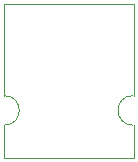
<source format=gbr>
%TF.GenerationSoftware,KiCad,Pcbnew,7.0.8*%
%TF.CreationDate,2023-10-30T16:28:06+00:00*%
%TF.ProjectId,usb_c_usb2,7573625f-635f-4757-9362-322e6b696361,rev?*%
%TF.SameCoordinates,Original*%
%TF.FileFunction,Profile,NP*%
%FSLAX46Y46*%
G04 Gerber Fmt 4.6, Leading zero omitted, Abs format (unit mm)*
G04 Created by KiCad (PCBNEW 7.0.8) date 2023-10-30 16:28:06*
%MOMM*%
%LPD*%
G01*
G04 APERTURE LIST*
%TA.AperFunction,Profile*%
%ADD10C,0.100000*%
%TD*%
G04 APERTURE END LIST*
D10*
X155310000Y-105420000D02*
X155307500Y-102670000D01*
X144350000Y-102680000D02*
G75*
G03*
X144350000Y-100180000I0J1250000D01*
G01*
X144300000Y-92430000D02*
X155305000Y-92430000D01*
X144305000Y-105420000D02*
X144302500Y-102670000D01*
X144305000Y-105420000D02*
X155310000Y-105420000D01*
X155220000Y-100180000D02*
G75*
G03*
X155220000Y-102680000I0J-1250000D01*
G01*
X155305000Y-100180000D02*
X155305000Y-92430000D01*
X144300000Y-100180000D02*
X144300000Y-92430000D01*
M02*

</source>
